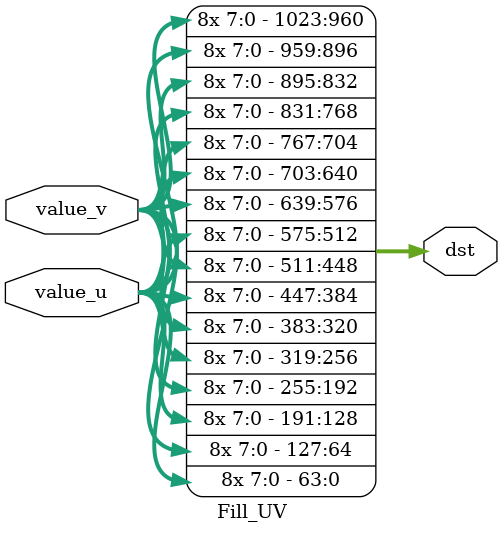
<source format=v>

`timescale 1ns/100ps

module Fill_UV#(
 parameter BIT_WIDTH    = 8
,parameter BLOCK_SIZE   = 8
,parameter UV_SIZE      = 16
)(
 input      [BIT_WIDTH - 1 : 0]                         value_u
,input      [BIT_WIDTH - 1 : 0]                         value_v
,output     [BIT_WIDTH * BLOCK_SIZE * UV_SIZE - 1 : 0]  dst
);

genvar i,j;

generate

for(j = 0; j < BLOCK_SIZE; j = j + 1)begin
    for(i = 0; i < BLOCK_SIZE; i = i + 1)begin
        assign dst[(j * UV_SIZE + i) * BIT_WIDTH + 7 : (j * UV_SIZE + i) * BIT_WIDTH] = value_u;
        assign dst[(j * UV_SIZE + i + 8) * BIT_WIDTH + 7 : (j * UV_SIZE + i + 8) * BIT_WIDTH] = value_v;
    end
end

endgenerate

endmodule

</source>
